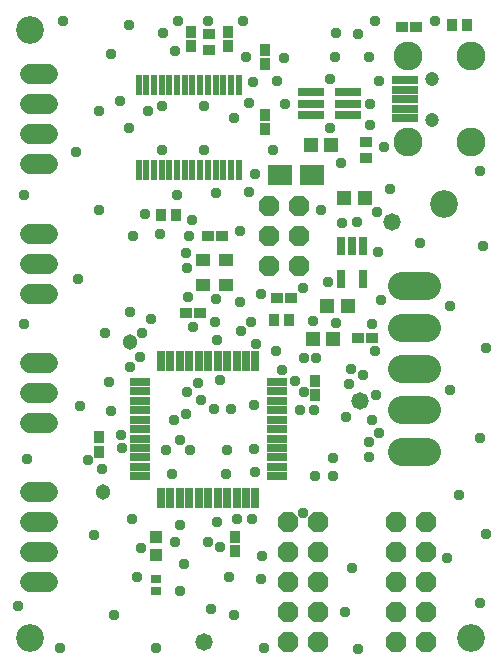
<source format=gbr>
G04 EAGLE Gerber RS-274X export*
G75*
%MOMM*%
%FSLAX34Y34*%
%LPD*%
%INSoldermask Top*%
%IPPOS*%
%AMOC8*
5,1,8,0,0,1.08239X$1,22.5*%
G01*
%ADD10C,2.353200*%
%ADD11R,0.603200X1.703200*%
%ADD12C,1.203200*%
%ADD13C,2.453200*%
%ADD14R,2.203200X0.703200*%
%ADD15P,1.869504X8X112.500000*%
%ADD16R,0.903200X1.103200*%
%ADD17R,0.943200X1.128200*%
%ADD18R,1.128200X0.943200*%
%ADD19R,1.703200X0.703200*%
%ADD20R,0.703200X1.703200*%
%ADD21R,2.153200X1.703200*%
%ADD22R,1.103200X0.903200*%
%ADD23R,1.203200X1.303200*%
%ADD24R,1.303200X1.103200*%
%ADD25R,1.253200X1.283200*%
%ADD26R,0.803200X1.611200*%
%ADD27C,1.711200*%
%ADD28R,2.203200X0.803200*%
%ADD29P,1.852186X8X292.500000*%
%ADD30C,1.303200*%
%ADD31C,1.473200*%
%ADD32R,1.003200X1.003200*%
%ADD33R,0.903200X0.803200*%
%ADD34C,2.336800*%
%ADD35C,0.959600*%


D10*
X27940Y26670D03*
X27940Y541020D03*
X401320Y26670D03*
X378460Y393700D03*
D11*
X120310Y422220D03*
X126810Y422220D03*
X133310Y422220D03*
X139810Y422220D03*
X146310Y422220D03*
X152810Y422220D03*
X159310Y422220D03*
X165810Y422220D03*
X172310Y422220D03*
X178810Y422220D03*
X185310Y422220D03*
X191810Y422220D03*
X198310Y422220D03*
X204810Y422220D03*
X204810Y494720D03*
X198310Y494720D03*
X191810Y494720D03*
X185310Y494720D03*
X178810Y494720D03*
X172310Y494720D03*
X165810Y494720D03*
X159310Y494720D03*
X152810Y494720D03*
X146310Y494720D03*
X139810Y494720D03*
X133310Y494720D03*
X126810Y494720D03*
X120310Y494720D03*
D12*
X368460Y464950D03*
X368460Y499950D03*
D13*
X401460Y445950D03*
X401460Y518950D03*
X348460Y445950D03*
X348460Y518950D03*
D14*
X345960Y482450D03*
X345960Y474450D03*
X345960Y490450D03*
X345960Y498450D03*
X345960Y466450D03*
D15*
X255672Y341272D03*
X230272Y341272D03*
X255672Y366672D03*
X230272Y366672D03*
X255672Y392072D03*
X230272Y392072D03*
D16*
X247432Y295788D03*
X234432Y295788D03*
D17*
X269934Y232242D03*
X269934Y244242D03*
D18*
X172150Y301938D03*
X160150Y301938D03*
D17*
X202036Y112158D03*
X202036Y100158D03*
D18*
X190644Y366962D03*
X178644Y366962D03*
D17*
X86762Y184236D03*
X86762Y196236D03*
D19*
X121070Y243200D03*
X121070Y235200D03*
X121070Y227200D03*
X121070Y219200D03*
X121070Y211200D03*
X121070Y203200D03*
X121070Y195200D03*
X121070Y187200D03*
X121070Y179200D03*
X121070Y171200D03*
X121070Y163200D03*
D20*
X139070Y145200D03*
X147070Y145200D03*
X155070Y145200D03*
X163070Y145200D03*
X171070Y145200D03*
X179070Y145200D03*
X187070Y145200D03*
X195070Y145200D03*
X203070Y145200D03*
X211070Y145200D03*
X219070Y145200D03*
D19*
X237070Y163200D03*
X237070Y171200D03*
X237070Y179200D03*
X237070Y187200D03*
X237070Y195200D03*
X237070Y203200D03*
X237070Y211200D03*
X237070Y219200D03*
X237070Y227200D03*
X237070Y235200D03*
X237070Y243200D03*
D20*
X219070Y261200D03*
X211070Y261200D03*
X203070Y261200D03*
X195070Y261200D03*
X187070Y261200D03*
X179070Y261200D03*
X171070Y261200D03*
X163070Y261200D03*
X155070Y261200D03*
X147070Y261200D03*
X139070Y261200D03*
D17*
X195890Y527560D03*
X195890Y539560D03*
X164648Y527560D03*
X164648Y539560D03*
D21*
X267270Y418310D03*
X239770Y418310D03*
D16*
X152108Y384254D03*
X139108Y384254D03*
D22*
X312820Y445930D03*
X312820Y432930D03*
D17*
X227260Y469390D03*
X227260Y457390D03*
X227260Y512320D03*
X227260Y524320D03*
D23*
X266390Y443790D03*
X283390Y443790D03*
D18*
X343320Y543905D03*
X355320Y543905D03*
D22*
X179664Y537614D03*
X179664Y524614D03*
D16*
X385390Y545289D03*
X398390Y545289D03*
D24*
X174404Y346542D03*
X174404Y325542D03*
X194404Y325542D03*
X194404Y346542D03*
D25*
X297548Y307340D03*
X280048Y307340D03*
D26*
X310490Y358210D03*
X300990Y358210D03*
X291490Y358210D03*
X291490Y330130D03*
X310490Y330130D03*
D25*
X294018Y398526D03*
X311518Y398526D03*
D18*
X305658Y280162D03*
X317658Y280162D03*
D27*
X43100Y368300D02*
X28020Y368300D01*
X28020Y342900D02*
X43100Y342900D01*
X43100Y317500D02*
X28020Y317500D01*
X28020Y259080D02*
X43100Y259080D01*
X43100Y233680D02*
X28020Y233680D01*
X28020Y208280D02*
X43100Y208280D01*
D28*
X266440Y488290D03*
X266440Y478790D03*
X266440Y469290D03*
X297440Y469290D03*
X297440Y478790D03*
X297440Y488290D03*
D23*
X267852Y279146D03*
X284852Y279146D03*
D18*
X249472Y314452D03*
X237472Y314452D03*
D27*
X43100Y504190D02*
X28020Y504190D01*
X28020Y478790D02*
X43100Y478790D01*
X43100Y453390D02*
X28020Y453390D01*
X28020Y427990D02*
X43100Y427990D01*
D29*
X271780Y124460D03*
X246380Y124460D03*
X271780Y99060D03*
X246380Y99060D03*
X271780Y73660D03*
X246380Y73660D03*
X271780Y48260D03*
X246380Y48260D03*
X271780Y22860D03*
X246380Y22860D03*
D30*
X112776Y276606D03*
X90170Y149860D03*
D27*
X43100Y149860D02*
X28020Y149860D01*
X28020Y124460D02*
X43100Y124460D01*
X43100Y99060D02*
X28020Y99060D01*
X28020Y73660D02*
X43100Y73660D01*
D29*
X363220Y124460D03*
X337820Y124460D03*
X363220Y99060D03*
X337820Y99060D03*
X363220Y73660D03*
X337820Y73660D03*
X363220Y48260D03*
X337820Y48260D03*
X363220Y22860D03*
X337820Y22860D03*
D31*
X334772Y378460D03*
X307594Y227330D03*
X175260Y22860D03*
D32*
X134620Y96640D03*
X134620Y111640D03*
D33*
X134620Y66120D03*
X134620Y76120D03*
D34*
X343232Y184000D02*
X364568Y184000D01*
X364568Y219000D02*
X343232Y219000D01*
X343232Y254000D02*
X364568Y254000D01*
X364568Y289000D02*
X343232Y289000D01*
X343232Y324000D02*
X364568Y324000D01*
D35*
X324104Y498348D03*
X166116Y289560D03*
X186944Y278892D03*
X280416Y327406D03*
X252984Y243840D03*
X22860Y292100D03*
X25400Y177800D03*
X22860Y401320D03*
X53340Y17780D03*
X134620Y17780D03*
X226060Y17780D03*
X306324Y16764D03*
X294640Y48260D03*
X408940Y55880D03*
X381000Y93980D03*
X408940Y195580D03*
X411480Y358140D03*
X95504Y242824D03*
X208280Y548640D03*
X55880Y548640D03*
X175260Y439420D03*
X370840Y548640D03*
X237744Y498348D03*
X164084Y185420D03*
X184404Y219964D03*
X114300Y127000D03*
X99060Y45720D03*
X17780Y53340D03*
X68580Y330200D03*
X70612Y222504D03*
X200660Y45720D03*
X223520Y76200D03*
X112776Y302260D03*
X115316Y366776D03*
X322580Y353060D03*
X332740Y406400D03*
X97028Y521208D03*
X67564Y437896D03*
X86360Y388620D03*
X217932Y223520D03*
X154940Y66040D03*
X414020Y114300D03*
X151384Y107696D03*
X82296Y113284D03*
X203200Y127000D03*
X106172Y187452D03*
X163068Y366776D03*
X205740Y370840D03*
X206248Y310896D03*
X162052Y315468D03*
X414020Y271780D03*
X284480Y163830D03*
X391160Y147320D03*
X383540Y236220D03*
X383540Y307340D03*
X259334Y323088D03*
X219710Y275590D03*
X121412Y264668D03*
X91440Y284480D03*
X300736Y85344D03*
X408940Y421640D03*
X244348Y478536D03*
X216916Y496824D03*
X233680Y439420D03*
X218440Y419100D03*
X185420Y313436D03*
X317500Y292100D03*
X287528Y293116D03*
X223520Y317500D03*
X189484Y103124D03*
X153924Y548640D03*
X175260Y477012D03*
X200660Y466344D03*
X140208Y477012D03*
X86360Y472440D03*
X139700Y439420D03*
X211328Y518668D03*
X213868Y479044D03*
X286512Y518668D03*
X243332Y517652D03*
X282448Y499872D03*
X256540Y219456D03*
X148844Y165100D03*
X195072Y185420D03*
X194564Y165100D03*
X189484Y244856D03*
X320040Y548640D03*
X314960Y518160D03*
X291592Y428752D03*
X322072Y387096D03*
X161544Y339344D03*
X320040Y269748D03*
X321564Y232156D03*
X325120Y312420D03*
X358140Y360680D03*
X327660Y441960D03*
X298704Y241300D03*
X165608Y380238D03*
X274320Y388620D03*
X112268Y458216D03*
X112268Y545592D03*
X281940Y458216D03*
X299720Y254000D03*
X179246Y548424D03*
X309880Y248920D03*
X152400Y401320D03*
X170180Y242570D03*
X138176Y368808D03*
X161290Y234950D03*
X155448Y194056D03*
X125476Y385572D03*
X206746Y286512D03*
X224536Y96012D03*
X122428Y102616D03*
X185420Y403352D03*
X198120Y220472D03*
X323596Y199644D03*
X317500Y210820D03*
X149860Y210820D03*
X154940Y121920D03*
X159004Y88900D03*
X181102Y50546D03*
X179070Y107442D03*
X160020Y215900D03*
X296164Y213360D03*
X314960Y179324D03*
X315214Y192532D03*
X236220Y269240D03*
X218186Y186182D03*
X213360Y403860D03*
X88900Y169512D03*
X104140Y481076D03*
X315976Y460756D03*
X315976Y478536D03*
X128524Y472948D03*
X140850Y538508D03*
X150876Y523240D03*
X306324Y537464D03*
X304800Y378460D03*
X292608Y377952D03*
X286992Y538508D03*
X160476Y351976D03*
X122936Y284988D03*
X172720Y227584D03*
X186680Y124958D03*
X96520Y218440D03*
X118872Y77724D03*
X197104Y77724D03*
X260096Y234442D03*
X259588Y132080D03*
X284480Y179070D03*
X270408Y263652D03*
X184912Y293624D03*
X268224Y294640D03*
X215392Y294132D03*
X77216Y177292D03*
X260604Y263652D03*
X130556Y296672D03*
X143764Y185928D03*
X218694Y166624D03*
X241300Y252984D03*
X269240Y163830D03*
X268872Y219710D03*
X112908Y255392D03*
X105146Y198628D03*
X215900Y127000D03*
M02*

</source>
